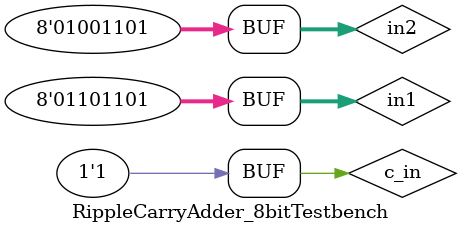
<source format=v>
`timescale 1ns / 1ps

/*
    Assignment Number: 1
    Problem Number: 1 Ripple Carry Adder
    Semester Number: 5
    Group Number: 1 
    Group Members: Animesh Jha(19CS10070), Nisarg Upadhyaya (19CS30031)
*/
////////////////////////////////////////////////////////////////////////////////

module RippleCarryAdder_8bitTestbench;

	// Inputs
	reg [7:0] in1;
	reg [7:0] in2;
	reg c_in;

	// Outputs
	wire [7:0] sum;
	wire c_out;

	// Instantiate the Unit Under Test (UUT)
	RippleCarryAdder_8bit uut (
		.in1(in1), 
		.in2(in2), 
		.c_in(c_in), 
		.sum(sum), 
		.c_out(c_out)
	);

	initial begin
		// Initialize Inputs
		in1 = 8'b01101101; in2 = 8'b01001101; c_in = 0;
		#100;
		in1 = 8'b01101101; in2 = 8'b01001101; c_in = 1;
        
		$monitor ("in1 = %d, in2 = %d, c_in = %d, sum = %d, c_out = %d", in1, in2, c_in, sum, c_out);

	end
      
endmodule


</source>
